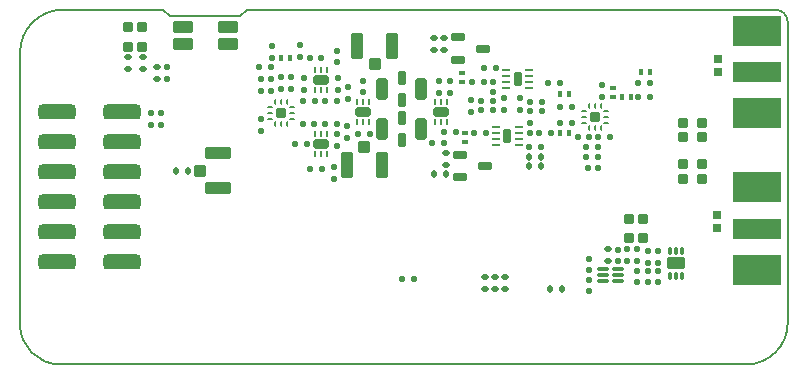
<source format=gtp>
G04*
G04 #@! TF.GenerationSoftware,Altium Limited,CircuitStudio,1.5.2 (30)*
G04*
G04 Layer_Color=16711884*
%FSLAX25Y25*%
%MOIN*%
G70*
G01*
G75*
G04:AMPARAMS|DCode=13|XSize=23.62mil|YSize=17.72mil|CornerRadius=4.43mil|HoleSize=0mil|Usage=FLASHONLY|Rotation=180.000|XOffset=0mil|YOffset=0mil|HoleType=Round|Shape=RoundedRectangle|*
%AMROUNDEDRECTD13*
21,1,0.02362,0.00886,0,0,180.0*
21,1,0.01476,0.01772,0,0,180.0*
1,1,0.00886,-0.00738,0.00443*
1,1,0.00886,0.00738,0.00443*
1,1,0.00886,0.00738,-0.00443*
1,1,0.00886,-0.00738,-0.00443*
%
%ADD13ROUNDEDRECTD13*%
G04:AMPARAMS|DCode=15|XSize=21.65mil|YSize=17.72mil|CornerRadius=4.43mil|HoleSize=0mil|Usage=FLASHONLY|Rotation=270.000|XOffset=0mil|YOffset=0mil|HoleType=Round|Shape=RoundedRectangle|*
%AMROUNDEDRECTD15*
21,1,0.02165,0.00886,0,0,270.0*
21,1,0.01280,0.01772,0,0,270.0*
1,1,0.00886,-0.00443,-0.00640*
1,1,0.00886,-0.00443,0.00640*
1,1,0.00886,0.00443,0.00640*
1,1,0.00886,0.00443,-0.00640*
%
%ADD15ROUNDEDRECTD15*%
G04:AMPARAMS|DCode=16|XSize=37.01mil|YSize=10.63mil|CornerRadius=1.33mil|HoleSize=0mil|Usage=FLASHONLY|Rotation=180.000|XOffset=0mil|YOffset=0mil|HoleType=Round|Shape=RoundedRectangle|*
%AMROUNDEDRECTD16*
21,1,0.03701,0.00797,0,0,180.0*
21,1,0.03435,0.01063,0,0,180.0*
1,1,0.00266,-0.01718,0.00399*
1,1,0.00266,0.01718,0.00399*
1,1,0.00266,0.01718,-0.00399*
1,1,0.00266,-0.01718,-0.00399*
%
%ADD16ROUNDEDRECTD16*%
G04:AMPARAMS|DCode=17|XSize=61.02mil|YSize=40.16mil|CornerRadius=4.02mil|HoleSize=0mil|Usage=FLASHONLY|Rotation=0.000|XOffset=0mil|YOffset=0mil|HoleType=Round|Shape=RoundedRectangle|*
%AMROUNDEDRECTD17*
21,1,0.06102,0.03213,0,0,0.0*
21,1,0.05299,0.04016,0,0,0.0*
1,1,0.00803,0.02649,-0.01606*
1,1,0.00803,-0.02649,-0.01606*
1,1,0.00803,-0.02649,0.01606*
1,1,0.00803,0.02649,0.01606*
%
%ADD17ROUNDEDRECTD17*%
G04:AMPARAMS|DCode=18|XSize=25.59mil|YSize=11.81mil|CornerRadius=2.95mil|HoleSize=0mil|Usage=FLASHONLY|Rotation=270.000|XOffset=0mil|YOffset=0mil|HoleType=Round|Shape=RoundedRectangle|*
%AMROUNDEDRECTD18*
21,1,0.02559,0.00591,0,0,270.0*
21,1,0.01969,0.01181,0,0,270.0*
1,1,0.00591,-0.00295,-0.00984*
1,1,0.00591,-0.00295,0.00984*
1,1,0.00591,0.00295,0.00984*
1,1,0.00591,0.00295,-0.00984*
%
%ADD18ROUNDEDRECTD18*%
G04:AMPARAMS|DCode=19|XSize=31.5mil|YSize=31.5mil|CornerRadius=3.15mil|HoleSize=0mil|Usage=FLASHONLY|Rotation=90.000|XOffset=0mil|YOffset=0mil|HoleType=Round|Shape=RoundedRectangle|*
%AMROUNDEDRECTD19*
21,1,0.03150,0.02520,0,0,90.0*
21,1,0.02520,0.03150,0,0,90.0*
1,1,0.00630,0.01260,0.01260*
1,1,0.00630,0.01260,-0.01260*
1,1,0.00630,-0.01260,-0.01260*
1,1,0.00630,-0.01260,0.01260*
%
%ADD19ROUNDEDRECTD19*%
G04:AMPARAMS|DCode=20|XSize=18.11mil|YSize=7.87mil|CornerRadius=3.15mil|HoleSize=0mil|Usage=FLASHONLY|Rotation=90.000|XOffset=0mil|YOffset=0mil|HoleType=Round|Shape=RoundedRectangle|*
%AMROUNDEDRECTD20*
21,1,0.01811,0.00158,0,0,90.0*
21,1,0.01181,0.00787,0,0,90.0*
1,1,0.00630,0.00079,0.00591*
1,1,0.00630,0.00079,-0.00591*
1,1,0.00630,-0.00079,-0.00591*
1,1,0.00630,-0.00079,0.00591*
%
%ADD20ROUNDEDRECTD20*%
G04:AMPARAMS|DCode=21|XSize=18.11mil|YSize=7.87mil|CornerRadius=3.15mil|HoleSize=0mil|Usage=FLASHONLY|Rotation=0.000|XOffset=0mil|YOffset=0mil|HoleType=Round|Shape=RoundedRectangle|*
%AMROUNDEDRECTD21*
21,1,0.01811,0.00158,0,0,0.0*
21,1,0.01181,0.00787,0,0,0.0*
1,1,0.00630,0.00591,-0.00079*
1,1,0.00630,-0.00591,-0.00079*
1,1,0.00630,-0.00591,0.00079*
1,1,0.00630,0.00591,0.00079*
%
%ADD21ROUNDEDRECTD21*%
G04:AMPARAMS|DCode=22|XSize=41.34mil|YSize=86.61mil|CornerRadius=4.13mil|HoleSize=0mil|Usage=FLASHONLY|Rotation=0.000|XOffset=0mil|YOffset=0mil|HoleType=Round|Shape=RoundedRectangle|*
%AMROUNDEDRECTD22*
21,1,0.04134,0.07835,0,0,0.0*
21,1,0.03307,0.08661,0,0,0.0*
1,1,0.00827,0.01654,-0.03917*
1,1,0.00827,-0.01654,-0.03917*
1,1,0.00827,-0.01654,0.03917*
1,1,0.00827,0.01654,0.03917*
%
%ADD22ROUNDEDRECTD22*%
G04:AMPARAMS|DCode=23|XSize=39.37mil|YSize=41.34mil|CornerRadius=3.94mil|HoleSize=0mil|Usage=FLASHONLY|Rotation=0.000|XOffset=0mil|YOffset=0mil|HoleType=Round|Shape=RoundedRectangle|*
%AMROUNDEDRECTD23*
21,1,0.03937,0.03347,0,0,0.0*
21,1,0.03150,0.04134,0,0,0.0*
1,1,0.00787,0.01575,-0.01673*
1,1,0.00787,-0.01575,-0.01673*
1,1,0.00787,-0.01575,0.01673*
1,1,0.00787,0.01575,0.01673*
%
%ADD23ROUNDEDRECTD23*%
G04:AMPARAMS|DCode=24|XSize=41.34mil|YSize=86.61mil|CornerRadius=4.13mil|HoleSize=0mil|Usage=FLASHONLY|Rotation=270.000|XOffset=0mil|YOffset=0mil|HoleType=Round|Shape=RoundedRectangle|*
%AMROUNDEDRECTD24*
21,1,0.04134,0.07835,0,0,270.0*
21,1,0.03307,0.08661,0,0,270.0*
1,1,0.00827,-0.03917,-0.01654*
1,1,0.00827,-0.03917,0.01654*
1,1,0.00827,0.03917,0.01654*
1,1,0.00827,0.03917,-0.01654*
%
%ADD24ROUNDEDRECTD24*%
G04:AMPARAMS|DCode=25|XSize=39.37mil|YSize=41.34mil|CornerRadius=3.94mil|HoleSize=0mil|Usage=FLASHONLY|Rotation=270.000|XOffset=0mil|YOffset=0mil|HoleType=Round|Shape=RoundedRectangle|*
%AMROUNDEDRECTD25*
21,1,0.03937,0.03347,0,0,270.0*
21,1,0.03150,0.04134,0,0,270.0*
1,1,0.00787,-0.01673,-0.01575*
1,1,0.00787,-0.01673,0.01575*
1,1,0.00787,0.01673,0.01575*
1,1,0.00787,0.01673,-0.01575*
%
%ADD25ROUNDEDRECTD25*%
G04:AMPARAMS|DCode=26|XSize=51.18mil|YSize=31.5mil|CornerRadius=4.72mil|HoleSize=0mil|Usage=FLASHONLY|Rotation=180.000|XOffset=0mil|YOffset=0mil|HoleType=Round|Shape=RoundedRectangle|*
%AMROUNDEDRECTD26*
21,1,0.05118,0.02205,0,0,180.0*
21,1,0.04173,0.03150,0,0,180.0*
1,1,0.00945,-0.02087,0.01102*
1,1,0.00945,0.02087,0.01102*
1,1,0.00945,0.02087,-0.01102*
1,1,0.00945,-0.02087,-0.01102*
%
%ADD26ROUNDEDRECTD26*%
G04:AMPARAMS|DCode=27|XSize=21.65mil|YSize=9.84mil|CornerRadius=1.48mil|HoleSize=0mil|Usage=FLASHONLY|Rotation=90.000|XOffset=0mil|YOffset=0mil|HoleType=Round|Shape=RoundedRectangle|*
%AMROUNDEDRECTD27*
21,1,0.02165,0.00689,0,0,90.0*
21,1,0.01870,0.00984,0,0,90.0*
1,1,0.00295,0.00345,0.00935*
1,1,0.00295,0.00345,-0.00935*
1,1,0.00295,-0.00345,-0.00935*
1,1,0.00295,-0.00345,0.00935*
%
%ADD27ROUNDEDRECTD27*%
G04:AMPARAMS|DCode=28|XSize=125.2mil|YSize=50mil|CornerRadius=12.5mil|HoleSize=0mil|Usage=FLASHONLY|Rotation=180.000|XOffset=0mil|YOffset=0mil|HoleType=Round|Shape=RoundedRectangle|*
%AMROUNDEDRECTD28*
21,1,0.12520,0.02500,0,0,180.0*
21,1,0.10020,0.05000,0,0,180.0*
1,1,0.02500,-0.05010,0.01250*
1,1,0.02500,0.05010,0.01250*
1,1,0.02500,0.05010,-0.01250*
1,1,0.02500,-0.05010,-0.01250*
%
%ADD28ROUNDEDRECTD28*%
G04:AMPARAMS|DCode=29|XSize=21.65mil|YSize=17.72mil|CornerRadius=4.43mil|HoleSize=0mil|Usage=FLASHONLY|Rotation=0.000|XOffset=0mil|YOffset=0mil|HoleType=Round|Shape=RoundedRectangle|*
%AMROUNDEDRECTD29*
21,1,0.02165,0.00886,0,0,0.0*
21,1,0.01280,0.01772,0,0,0.0*
1,1,0.00886,0.00640,-0.00443*
1,1,0.00886,-0.00640,-0.00443*
1,1,0.00886,-0.00640,0.00443*
1,1,0.00886,0.00640,0.00443*
%
%ADD29ROUNDEDRECTD29*%
G04:AMPARAMS|DCode=30|XSize=48.43mil|YSize=23.62mil|CornerRadius=2.95mil|HoleSize=0mil|Usage=FLASHONLY|Rotation=0.000|XOffset=0mil|YOffset=0mil|HoleType=Round|Shape=RoundedRectangle|*
%AMROUNDEDRECTD30*
21,1,0.04843,0.01772,0,0,0.0*
21,1,0.04252,0.02362,0,0,0.0*
1,1,0.00591,0.02126,-0.00886*
1,1,0.00591,-0.02126,-0.00886*
1,1,0.00591,-0.02126,0.00886*
1,1,0.00591,0.02126,0.00886*
%
%ADD30ROUNDEDRECTD30*%
%ADD31R,0.16496X0.07008*%
%ADD32R,0.16496X0.10492*%
G04:AMPARAMS|DCode=33|XSize=9.84mil|YSize=29.53mil|CornerRadius=1.48mil|HoleSize=0mil|Usage=FLASHONLY|Rotation=270.000|XOffset=0mil|YOffset=0mil|HoleType=Round|Shape=RoundedRectangle|*
%AMROUNDEDRECTD33*
21,1,0.00984,0.02658,0,0,270.0*
21,1,0.00689,0.02953,0,0,270.0*
1,1,0.00295,-0.01329,-0.00345*
1,1,0.00295,-0.01329,0.00345*
1,1,0.00295,0.01329,0.00345*
1,1,0.00295,0.01329,-0.00345*
%
%ADD33ROUNDEDRECTD33*%
G04:AMPARAMS|DCode=34|XSize=47.24mil|YSize=23.62mil|CornerRadius=3.54mil|HoleSize=0mil|Usage=FLASHONLY|Rotation=270.000|XOffset=0mil|YOffset=0mil|HoleType=Round|Shape=RoundedRectangle|*
%AMROUNDEDRECTD34*
21,1,0.04724,0.01654,0,0,270.0*
21,1,0.04016,0.02362,0,0,270.0*
1,1,0.00709,-0.00827,-0.02008*
1,1,0.00709,-0.00827,0.02008*
1,1,0.00709,0.00827,0.02008*
1,1,0.00709,0.00827,-0.02008*
%
%ADD34ROUNDEDRECTD34*%
G04:AMPARAMS|DCode=35|XSize=23.62mil|YSize=17.72mil|CornerRadius=4.43mil|HoleSize=0mil|Usage=FLASHONLY|Rotation=270.000|XOffset=0mil|YOffset=0mil|HoleType=Round|Shape=RoundedRectangle|*
%AMROUNDEDRECTD35*
21,1,0.02362,0.00886,0,0,270.0*
21,1,0.01476,0.01772,0,0,270.0*
1,1,0.00886,-0.00443,-0.00738*
1,1,0.00886,-0.00443,0.00738*
1,1,0.00886,0.00443,0.00738*
1,1,0.00886,0.00443,-0.00738*
%
%ADD35ROUNDEDRECTD35*%
G04:AMPARAMS|DCode=36|XSize=14.17mil|YSize=23mil|CornerRadius=0.71mil|HoleSize=0mil|Usage=FLASHONLY|Rotation=180.000|XOffset=0mil|YOffset=0mil|HoleType=Round|Shape=RoundedRectangle|*
%AMROUNDEDRECTD36*
21,1,0.01417,0.02158,0,0,180.0*
21,1,0.01276,0.02300,0,0,180.0*
1,1,0.00142,-0.00638,0.01079*
1,1,0.00142,0.00638,0.01079*
1,1,0.00142,0.00638,-0.01079*
1,1,0.00142,-0.00638,-0.01079*
%
%ADD36ROUNDEDRECTD36*%
G04:AMPARAMS|DCode=37|XSize=14.17mil|YSize=23mil|CornerRadius=0.71mil|HoleSize=0mil|Usage=FLASHONLY|Rotation=270.000|XOffset=0mil|YOffset=0mil|HoleType=Round|Shape=RoundedRectangle|*
%AMROUNDEDRECTD37*
21,1,0.01417,0.02158,0,0,270.0*
21,1,0.01276,0.02300,0,0,270.0*
1,1,0.00142,-0.01079,-0.00638*
1,1,0.00142,-0.01079,0.00638*
1,1,0.00142,0.01079,0.00638*
1,1,0.00142,0.01079,-0.00638*
%
%ADD37ROUNDEDRECTD37*%
G04:AMPARAMS|DCode=38|XSize=27.56mil|YSize=27.56mil|CornerRadius=2.76mil|HoleSize=0mil|Usage=FLASHONLY|Rotation=90.000|XOffset=0mil|YOffset=0mil|HoleType=Round|Shape=RoundedRectangle|*
%AMROUNDEDRECTD38*
21,1,0.02756,0.02205,0,0,90.0*
21,1,0.02205,0.02756,0,0,90.0*
1,1,0.00551,0.01102,0.01102*
1,1,0.00551,0.01102,-0.01102*
1,1,0.00551,-0.01102,-0.01102*
1,1,0.00551,-0.01102,0.01102*
%
%ADD38ROUNDEDRECTD38*%
G04:AMPARAMS|DCode=39|XSize=31.89mil|YSize=36.61mil|CornerRadius=4.78mil|HoleSize=0mil|Usage=FLASHONLY|Rotation=270.000|XOffset=0mil|YOffset=0mil|HoleType=Round|Shape=RoundedRectangle|*
%AMROUNDEDRECTD39*
21,1,0.03189,0.02705,0,0,270.0*
21,1,0.02232,0.03661,0,0,270.0*
1,1,0.00957,-0.01352,-0.01116*
1,1,0.00957,-0.01352,0.01116*
1,1,0.00957,0.01352,0.01116*
1,1,0.00957,0.01352,-0.01116*
%
%ADD39ROUNDEDRECTD39*%
G04:AMPARAMS|DCode=40|XSize=31.89mil|YSize=36.61mil|CornerRadius=4.78mil|HoleSize=0mil|Usage=FLASHONLY|Rotation=180.000|XOffset=0mil|YOffset=0mil|HoleType=Round|Shape=RoundedRectangle|*
%AMROUNDEDRECTD40*
21,1,0.03189,0.02705,0,0,180.0*
21,1,0.02232,0.03661,0,0,180.0*
1,1,0.00957,-0.01116,0.01352*
1,1,0.00957,0.01116,0.01352*
1,1,0.00957,0.01116,-0.01352*
1,1,0.00957,-0.01116,-0.01352*
%
%ADD40ROUNDEDRECTD40*%
G04:AMPARAMS|DCode=41|XSize=64.96mil|YSize=41.34mil|CornerRadius=4.13mil|HoleSize=0mil|Usage=FLASHONLY|Rotation=180.000|XOffset=0mil|YOffset=0mil|HoleType=Round|Shape=RoundedRectangle|*
%AMROUNDEDRECTD41*
21,1,0.06496,0.03307,0,0,180.0*
21,1,0.05669,0.04134,0,0,180.0*
1,1,0.00827,-0.02835,0.01654*
1,1,0.00827,0.02835,0.01654*
1,1,0.00827,0.02835,-0.01654*
1,1,0.00827,-0.02835,-0.01654*
%
%ADD41ROUNDEDRECTD41*%
G04:AMPARAMS|DCode=42|XSize=70.87mil|YSize=40.95mil|CornerRadius=6.14mil|HoleSize=0mil|Usage=FLASHONLY|Rotation=90.000|XOffset=0mil|YOffset=0mil|HoleType=Round|Shape=RoundedRectangle|*
%AMROUNDEDRECTD42*
21,1,0.07087,0.02866,0,0,90.0*
21,1,0.05858,0.04095,0,0,90.0*
1,1,0.01228,0.01433,0.02929*
1,1,0.01228,0.01433,-0.02929*
1,1,0.01228,-0.01433,-0.02929*
1,1,0.01228,-0.01433,0.02929*
%
%ADD42ROUNDEDRECTD42*%
G04:AMPARAMS|DCode=43|XSize=49.02mil|YSize=24.02mil|CornerRadius=3.6mil|HoleSize=0mil|Usage=FLASHONLY|Rotation=90.000|XOffset=0mil|YOffset=0mil|HoleType=Round|Shape=RoundedRectangle|*
%AMROUNDEDRECTD43*
21,1,0.04902,0.01681,0,0,90.0*
21,1,0.04181,0.02402,0,0,90.0*
1,1,0.00721,0.00841,0.02091*
1,1,0.00721,0.00841,-0.02091*
1,1,0.00721,-0.00841,-0.02091*
1,1,0.00721,-0.00841,0.02091*
%
%ADD43ROUNDEDRECTD43*%
%ADD54C,0.00500*%
G04:AMPARAMS|DCode=98|XSize=21.62mil|YSize=17.69mil|CornerRadius=3.92mil|HoleSize=0mil|Usage=FLASHONLY|Rotation=0.000|XOffset=0mil|YOffset=0mil|HoleType=Round|Shape=RoundedRectangle|*
%AMROUNDEDRECTD98*
21,1,0.02162,0.00984,0,0,0.0*
21,1,0.01378,0.01769,0,0,0.0*
1,1,0.00784,0.00689,-0.00492*
1,1,0.00784,-0.00689,-0.00492*
1,1,0.00784,-0.00689,0.00492*
1,1,0.00784,0.00689,0.00492*
%
%ADD98ROUNDEDRECTD98*%
G04:AMPARAMS|DCode=99|XSize=21.62mil|YSize=17.69mil|CornerRadius=3.92mil|HoleSize=0mil|Usage=FLASHONLY|Rotation=90.000|XOffset=0mil|YOffset=0mil|HoleType=Round|Shape=RoundedRectangle|*
%AMROUNDEDRECTD99*
21,1,0.02162,0.00984,0,0,90.0*
21,1,0.01378,0.01769,0,0,90.0*
1,1,0.00784,0.00492,0.00689*
1,1,0.00784,0.00492,-0.00689*
1,1,0.00784,-0.00492,-0.00689*
1,1,0.00784,-0.00492,0.00689*
%
%ADD99ROUNDEDRECTD99*%
D13*
X1230676Y733781D02*
D03*
Y737781D02*
D03*
X1189776Y724481D02*
D03*
Y728481D02*
D03*
X1193076Y724481D02*
D03*
Y728481D02*
D03*
X1196376Y724481D02*
D03*
Y728481D02*
D03*
X1172776Y808381D02*
D03*
Y804381D02*
D03*
X1080176Y794681D02*
D03*
Y798681D02*
D03*
X1075476Y798081D02*
D03*
Y802081D02*
D03*
X1070676Y798081D02*
D03*
Y802081D02*
D03*
X1176676Y769781D02*
D03*
Y765781D02*
D03*
X1175976Y808381D02*
D03*
Y804381D02*
D03*
D15*
X1240448Y733781D02*
D03*
X1237102D02*
D03*
X1240448Y737781D02*
D03*
X1237102D02*
D03*
X1223903Y764881D02*
D03*
X1227249D02*
D03*
D16*
X1228895Y727413D02*
D03*
Y729381D02*
D03*
Y731350D02*
D03*
X1233856D02*
D03*
Y729381D02*
D03*
Y727413D02*
D03*
D17*
X1253301Y733156D02*
D03*
D18*
X1255270Y729022D02*
D03*
X1253301D02*
D03*
X1251332D02*
D03*
Y737290D02*
D03*
X1253301D02*
D03*
X1255270D02*
D03*
D19*
X1226417Y782035D02*
D03*
X1121693Y783217D02*
D03*
D20*
X1224449Y785697D02*
D03*
X1226417D02*
D03*
X1228386D02*
D03*
Y778374D02*
D03*
X1226417D02*
D03*
X1224449D02*
D03*
X1123662Y779555D02*
D03*
X1121693D02*
D03*
X1119724D02*
D03*
Y786878D02*
D03*
X1121693D02*
D03*
X1123662D02*
D03*
D21*
X1230079Y784004D02*
D03*
Y782035D02*
D03*
Y780067D02*
D03*
X1222756D02*
D03*
Y782035D02*
D03*
Y784004D02*
D03*
X1118032Y781248D02*
D03*
Y783217D02*
D03*
Y785185D02*
D03*
X1125354D02*
D03*
Y783217D02*
D03*
Y781248D02*
D03*
D22*
X1158653Y805581D02*
D03*
X1147038D02*
D03*
X1143639Y766001D02*
D03*
X1155253D02*
D03*
D23*
X1152846Y799577D02*
D03*
X1149446Y772005D02*
D03*
D24*
X1100476Y758174D02*
D03*
Y769788D02*
D03*
D25*
X1094472Y763981D02*
D03*
D26*
X1135079Y794240D02*
D03*
Y772980D02*
D03*
X1148996Y783671D02*
D03*
X1174836Y783751D02*
D03*
D27*
X1133110Y797587D02*
D03*
X1135079D02*
D03*
X1137047D02*
D03*
Y790894D02*
D03*
X1135079D02*
D03*
X1133110D02*
D03*
X1137047Y769634D02*
D03*
X1135079D02*
D03*
X1133110D02*
D03*
Y776327D02*
D03*
X1135079D02*
D03*
X1137047D02*
D03*
X1147027Y787018D02*
D03*
X1148996D02*
D03*
X1150964D02*
D03*
Y780325D02*
D03*
X1148996D02*
D03*
X1147027D02*
D03*
X1172867Y787098D02*
D03*
X1174836D02*
D03*
X1176804D02*
D03*
Y780405D02*
D03*
X1174836D02*
D03*
X1172867D02*
D03*
D28*
X1068481Y733478D02*
D03*
Y743478D02*
D03*
Y753478D02*
D03*
Y763478D02*
D03*
Y773478D02*
D03*
Y783478D02*
D03*
X1046985Y733478D02*
D03*
Y743478D02*
D03*
Y753478D02*
D03*
Y763478D02*
D03*
Y773478D02*
D03*
Y783478D02*
D03*
D29*
X1204567Y779968D02*
D03*
Y776622D02*
D03*
X1192376Y790335D02*
D03*
Y793681D02*
D03*
D30*
X1181415Y761922D02*
D03*
X1189761Y765662D02*
D03*
X1181415Y769403D02*
D03*
X1180725Y800998D02*
D03*
X1189072Y804738D02*
D03*
X1180725Y808478D02*
D03*
D31*
X1280174Y744698D02*
D03*
Y796864D02*
D03*
D32*
Y758448D02*
D03*
Y730948D02*
D03*
Y810614D02*
D03*
Y783114D02*
D03*
D33*
X1204410Y791583D02*
D03*
Y793551D02*
D03*
Y795520D02*
D03*
Y797488D02*
D03*
X1196654Y791583D02*
D03*
Y793551D02*
D03*
Y795520D02*
D03*
Y797488D02*
D03*
X1193150Y778591D02*
D03*
Y776622D02*
D03*
Y774654D02*
D03*
Y772685D02*
D03*
X1200906Y778591D02*
D03*
Y776622D02*
D03*
Y774654D02*
D03*
Y772685D02*
D03*
D34*
X1200532Y794535D02*
D03*
X1197028Y775638D02*
D03*
D35*
X1090476Y763931D02*
D03*
X1086476D02*
D03*
X1208366Y768759D02*
D03*
X1204366D02*
D03*
X1204276Y765581D02*
D03*
X1208276D02*
D03*
X1211276Y724481D02*
D03*
X1215276D02*
D03*
X1176676Y762981D02*
D03*
X1172676D02*
D03*
D36*
X1238276Y788681D02*
D03*
X1235276D02*
D03*
X1214583Y776524D02*
D03*
X1217583D02*
D03*
X1244676Y796981D02*
D03*
X1241676D02*
D03*
X1214583Y789713D02*
D03*
X1217583D02*
D03*
X1124716Y801681D02*
D03*
X1121716D02*
D03*
D37*
X1182876Y776581D02*
D03*
Y773581D02*
D03*
X1181929Y793610D02*
D03*
Y796610D02*
D03*
X1232276Y788681D02*
D03*
Y791681D02*
D03*
D38*
X1267433Y796797D02*
D03*
Y801128D02*
D03*
X1266887Y744797D02*
D03*
Y749127D02*
D03*
D39*
X1075456Y805442D02*
D03*
Y811820D02*
D03*
X1070636Y805422D02*
D03*
Y811800D02*
D03*
X1237476Y741692D02*
D03*
Y748070D02*
D03*
X1242376Y741692D02*
D03*
Y748070D02*
D03*
D40*
X1255687Y779881D02*
D03*
X1262065D02*
D03*
X1255687Y775181D02*
D03*
X1262065D02*
D03*
X1255687Y761381D02*
D03*
X1262065D02*
D03*
X1255687Y766181D02*
D03*
X1262065D02*
D03*
D41*
X1088797Y812035D02*
D03*
Y806327D02*
D03*
X1103954Y812035D02*
D03*
Y806327D02*
D03*
D42*
X1155428Y791161D02*
D03*
X1168223D02*
D03*
X1155438Y778011D02*
D03*
X1168233D02*
D03*
D43*
X1161826Y794813D02*
D03*
Y787509D02*
D03*
X1161836Y781663D02*
D03*
Y774360D02*
D03*
D54*
X1276749Y699502D02*
G03*
X1290528Y713281I0J13780D01*
G01*
X1034623Y712769D02*
G03*
X1047891Y699502I13268J0D01*
G01*
X1048995Y817730D02*
G03*
X1034623Y803358I0J-14372D01*
G01*
X1290528Y813564D02*
G03*
X1286362Y817730I-4166J0D01*
G01*
X1047891Y699502D02*
X1276749Y699502D01*
X1034623Y712769D02*
X1034623Y796470D01*
X1290528Y718006D02*
Y767631D01*
X1084591Y815466D02*
X1107961D01*
X1034623Y796470D02*
Y803358D01*
X1290528Y713281D02*
Y718006D01*
X1110224Y817730D02*
X1286362D01*
X1290528Y767631D02*
Y813564D01*
X1082327Y817730D02*
X1084591Y815466D01*
X1048995Y817730D02*
X1082327D01*
X1107961Y815466D02*
X1110224Y817730D01*
D98*
X1081576Y779313D02*
D03*
Y783250D02*
D03*
X1118376Y790613D02*
D03*
Y794550D02*
D03*
X1247201Y733387D02*
D03*
Y737324D02*
D03*
X1243801Y730724D02*
D03*
Y726787D02*
D03*
Y737324D02*
D03*
Y733387D02*
D03*
X1247201Y730724D02*
D03*
Y726787D02*
D03*
X1078176Y779313D02*
D03*
Y783250D02*
D03*
X1115000Y777311D02*
D03*
Y781248D02*
D03*
X1121676Y795350D02*
D03*
Y791413D02*
D03*
X1124876Y795350D02*
D03*
Y791413D02*
D03*
X1114976Y790613D02*
D03*
Y794550D02*
D03*
X1140376Y772213D02*
D03*
Y776150D02*
D03*
X1224276Y730813D02*
D03*
Y734750D02*
D03*
X1240401Y726787D02*
D03*
Y730724D02*
D03*
X1233876Y733813D02*
D03*
Y737750D02*
D03*
X1224376Y727750D02*
D03*
Y723813D02*
D03*
X1083476Y798550D02*
D03*
Y794613D02*
D03*
X1140176Y800173D02*
D03*
Y804110D02*
D03*
X1129376Y795050D02*
D03*
Y791113D02*
D03*
X1139296Y765280D02*
D03*
Y761343D02*
D03*
X1143776Y775013D02*
D03*
Y778950D02*
D03*
X1143876Y791950D02*
D03*
Y788013D02*
D03*
X1177876Y793850D02*
D03*
Y789913D02*
D03*
X1174276D02*
D03*
Y793850D02*
D03*
X1228476Y788713D02*
D03*
Y792650D02*
D03*
X1201172Y784334D02*
D03*
Y788271D02*
D03*
X1195922Y784265D02*
D03*
Y788202D02*
D03*
X1148996Y790163D02*
D03*
Y794100D02*
D03*
X1140566Y794860D02*
D03*
Y790923D02*
D03*
X1127856Y801893D02*
D03*
Y805830D02*
D03*
X1118606Y801713D02*
D03*
Y805650D02*
D03*
X1185079Y787547D02*
D03*
Y783610D02*
D03*
D99*
X1227244Y771881D02*
D03*
X1223307D02*
D03*
X1161907Y727781D02*
D03*
X1165844D02*
D03*
X1132744Y779681D02*
D03*
X1128807D02*
D03*
X1136307Y787281D02*
D03*
X1140244D02*
D03*
X1136207Y779681D02*
D03*
X1140144D02*
D03*
X1244644Y788681D02*
D03*
X1240707D02*
D03*
X1231142Y775343D02*
D03*
X1227205D02*
D03*
X1220512D02*
D03*
X1224449D02*
D03*
X1227244Y768481D02*
D03*
X1223307D02*
D03*
X1130174Y772848D02*
D03*
X1126237D02*
D03*
X1132844Y787281D02*
D03*
X1128907D02*
D03*
X1211654Y776524D02*
D03*
X1207717D02*
D03*
X1192379Y787415D02*
D03*
X1188442D02*
D03*
X1204583Y787021D02*
D03*
X1208521D02*
D03*
X1189244Y793481D02*
D03*
X1185307D02*
D03*
X1151164Y776441D02*
D03*
X1147227D02*
D03*
X1204407Y771981D02*
D03*
X1208344D02*
D03*
X1185907Y776681D02*
D03*
X1189844D02*
D03*
X1208521Y783872D02*
D03*
X1204583D02*
D03*
X1176094Y776930D02*
D03*
X1180031D02*
D03*
X1218642Y779969D02*
D03*
X1214705D02*
D03*
X1210571Y793354D02*
D03*
X1214508D02*
D03*
X1214707Y785181D02*
D03*
X1218644D02*
D03*
X1244644Y793181D02*
D03*
X1240707D02*
D03*
X1172107Y773171D02*
D03*
X1176044D02*
D03*
X1193166Y798439D02*
D03*
X1189229D02*
D03*
X1192379Y784265D02*
D03*
X1188442D02*
D03*
X1131142Y801721D02*
D03*
X1135079D02*
D03*
X1114217Y798691D02*
D03*
X1118154D02*
D03*
X1131355Y764580D02*
D03*
X1135292D02*
D03*
M02*

</source>
